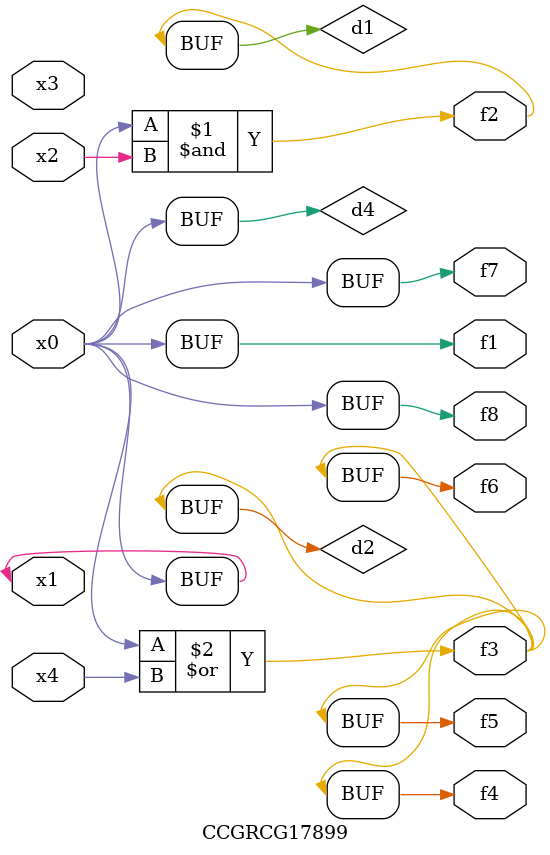
<source format=v>
module CCGRCG17899(
	input x0, x1, x2, x3, x4,
	output f1, f2, f3, f4, f5, f6, f7, f8
);

	wire d1, d2, d3, d4;

	and (d1, x0, x2);
	or (d2, x0, x4);
	nand (d3, x0, x2);
	buf (d4, x0, x1);
	assign f1 = d4;
	assign f2 = d1;
	assign f3 = d2;
	assign f4 = d2;
	assign f5 = d2;
	assign f6 = d2;
	assign f7 = d4;
	assign f8 = d4;
endmodule

</source>
